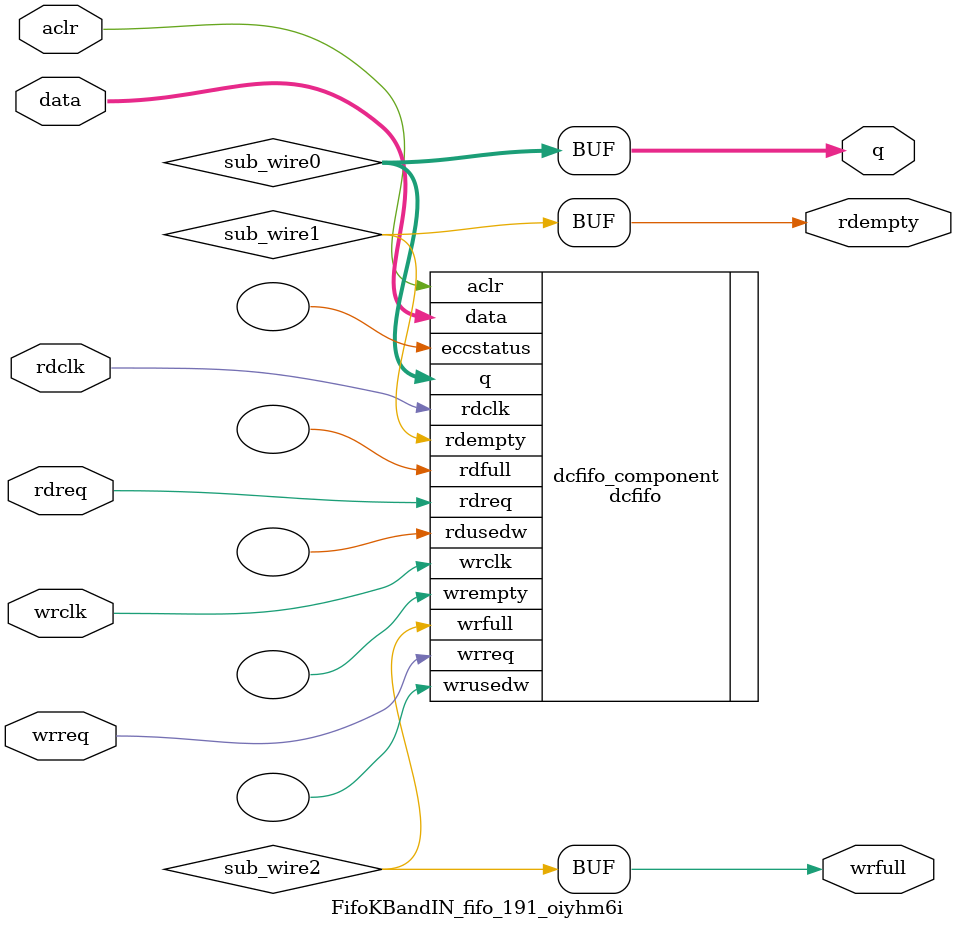
<source format=v>



`timescale 1 ps / 1 ps
// synopsys translate_on
module  FifoKBandIN_fifo_191_oiyhm6i  (
    aclr,
    data,
    rdclk,
    rdreq,
    wrclk,
    wrreq,
    q,
    rdempty,
    wrfull);

    input    aclr;
    input  [2:0]  data;
    input    rdclk;
    input    rdreq;
    input    wrclk;
    input    wrreq;
    output [2:0]  q;
    output   rdempty;
    output   wrfull;
`ifndef ALTERA_RESERVED_QIS
// synopsys translate_off
`endif
    tri0     aclr;
`ifndef ALTERA_RESERVED_QIS
// synopsys translate_on
`endif

    wire [2:0] sub_wire0;
    wire  sub_wire1;
    wire  sub_wire2;
    wire [2:0] q = sub_wire0[2:0];
    wire  rdempty = sub_wire1;
    wire  wrfull = sub_wire2;

    dcfifo  dcfifo_component (
                .aclr (aclr),
                .data (data),
                .rdclk (rdclk),
                .rdreq (rdreq),
                .wrclk (wrclk),
                .wrreq (wrreq),
                .q (sub_wire0),
                .rdempty (sub_wire1),
                .wrfull (sub_wire2),
                .eccstatus (),
                .rdfull (),
                .rdusedw (),
                .wrempty (),
                .wrusedw ());
    defparam
        dcfifo_component.enable_ecc  = "FALSE",
        dcfifo_component.intended_device_family  = "Stratix 10",
        dcfifo_component.lpm_hint  = "DISABLE_DCFIFO_EMBEDDED_TIMING_CONSTRAINT=TRUE",
        dcfifo_component.lpm_numwords  = 16,
        dcfifo_component.lpm_showahead  = "OFF",
        dcfifo_component.lpm_type  = "dcfifo",
        dcfifo_component.lpm_width  = 3,
        dcfifo_component.lpm_widthu  = 4,
        dcfifo_component.overflow_checking  = "OFF",
        dcfifo_component.rdsync_delaypipe  = 6,
        dcfifo_component.read_aclr_synch  = "OFF",
        dcfifo_component.underflow_checking  = "OFF",
        dcfifo_component.use_eab  = "ON",
        dcfifo_component.write_aclr_synch  = "OFF",
        dcfifo_component.wrsync_delaypipe  = 6;


endmodule



</source>
